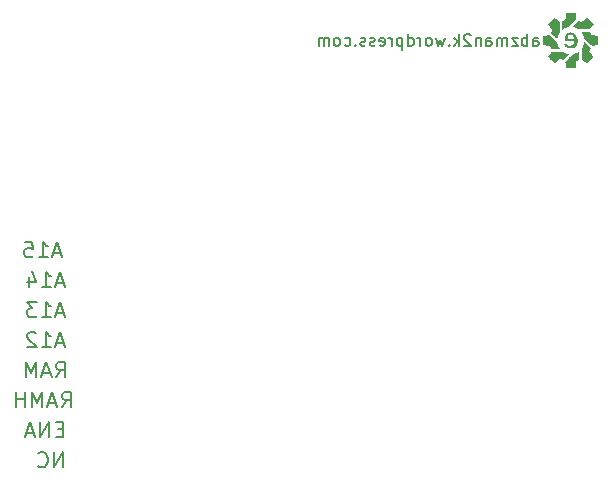
<source format=gbo>
G04 #@! TF.GenerationSoftware,KiCad,Pcbnew,(6.0.4)*
G04 #@! TF.CreationDate,2022-12-31T00:19:43-05:00*
G04 #@! TF.ProjectId,intellivision t-card replic,696e7465-6c6c-4697-9669-73696f6e2074,rev?*
G04 #@! TF.SameCoordinates,Original*
G04 #@! TF.FileFunction,Legend,Bot*
G04 #@! TF.FilePolarity,Positive*
%FSLAX46Y46*%
G04 Gerber Fmt 4.6, Leading zero omitted, Abs format (unit mm)*
G04 Created by KiCad (PCBNEW (6.0.4)) date 2022-12-31 00:19:43*
%MOMM*%
%LPD*%
G01*
G04 APERTURE LIST*
%ADD10C,0.200000*%
%ADD11C,0.150000*%
%ADD12C,1.600000*%
%ADD13O,1.600000X1.600000*%
%ADD14R,1.600000X1.600000*%
%ADD15R,1.700000X1.700000*%
%ADD16O,1.700000X1.700000*%
%ADD17C,3.200000*%
%ADD18R,1.270000X8.840000*%
G04 APERTURE END LIST*
D10*
X96607619Y-52023095D02*
X97040952Y-51404047D01*
X97350476Y-52023095D02*
X97350476Y-50723095D01*
X96855238Y-50723095D01*
X96731428Y-50785000D01*
X96669523Y-50846904D01*
X96607619Y-50970714D01*
X96607619Y-51156428D01*
X96669523Y-51280238D01*
X96731428Y-51342142D01*
X96855238Y-51404047D01*
X97350476Y-51404047D01*
X96112380Y-51651666D02*
X95493333Y-51651666D01*
X96236190Y-52023095D02*
X95802857Y-50723095D01*
X95369523Y-52023095D01*
X94936190Y-52023095D02*
X94936190Y-50723095D01*
X94502857Y-51651666D01*
X94069523Y-50723095D01*
X94069523Y-52023095D01*
X93450476Y-52023095D02*
X93450476Y-50723095D01*
X93450476Y-51342142D02*
X92707619Y-51342142D01*
X92707619Y-52023095D02*
X92707619Y-50723095D01*
X96777380Y-46571666D02*
X96158333Y-46571666D01*
X96901190Y-46943095D02*
X96467857Y-45643095D01*
X96034523Y-46943095D01*
X94920238Y-46943095D02*
X95663095Y-46943095D01*
X95291666Y-46943095D02*
X95291666Y-45643095D01*
X95415476Y-45828809D01*
X95539285Y-45952619D01*
X95663095Y-46014523D01*
X94425000Y-45766904D02*
X94363095Y-45705000D01*
X94239285Y-45643095D01*
X93929761Y-45643095D01*
X93805952Y-45705000D01*
X93744047Y-45766904D01*
X93682142Y-45890714D01*
X93682142Y-46014523D01*
X93744047Y-46200238D01*
X94486904Y-46943095D01*
X93682142Y-46943095D01*
X96715476Y-53882142D02*
X96282142Y-53882142D01*
X96096428Y-54563095D02*
X96715476Y-54563095D01*
X96715476Y-53263095D01*
X96096428Y-53263095D01*
X95539285Y-54563095D02*
X95539285Y-53263095D01*
X94796428Y-54563095D01*
X94796428Y-53263095D01*
X94239285Y-54191666D02*
X93620238Y-54191666D01*
X94363095Y-54563095D02*
X93929761Y-53263095D01*
X93496428Y-54563095D01*
X96777380Y-41491666D02*
X96158333Y-41491666D01*
X96901190Y-41863095D02*
X96467857Y-40563095D01*
X96034523Y-41863095D01*
X94920238Y-41863095D02*
X95663095Y-41863095D01*
X95291666Y-41863095D02*
X95291666Y-40563095D01*
X95415476Y-40748809D01*
X95539285Y-40872619D01*
X95663095Y-40934523D01*
X93805952Y-40996428D02*
X93805952Y-41863095D01*
X94115476Y-40501190D02*
X94425000Y-41429761D01*
X93620238Y-41429761D01*
X96102619Y-49483095D02*
X96535952Y-48864047D01*
X96845476Y-49483095D02*
X96845476Y-48183095D01*
X96350238Y-48183095D01*
X96226428Y-48245000D01*
X96164523Y-48306904D01*
X96102619Y-48430714D01*
X96102619Y-48616428D01*
X96164523Y-48740238D01*
X96226428Y-48802142D01*
X96350238Y-48864047D01*
X96845476Y-48864047D01*
X95607380Y-49111666D02*
X94988333Y-49111666D01*
X95731190Y-49483095D02*
X95297857Y-48183095D01*
X94864523Y-49483095D01*
X94431190Y-49483095D02*
X94431190Y-48183095D01*
X93997857Y-49111666D01*
X93564523Y-48183095D01*
X93564523Y-49483095D01*
D11*
X136492142Y-21407380D02*
X136492142Y-20883571D01*
X136539761Y-20788333D01*
X136635000Y-20740714D01*
X136825476Y-20740714D01*
X136920714Y-20788333D01*
X136492142Y-21359761D02*
X136587380Y-21407380D01*
X136825476Y-21407380D01*
X136920714Y-21359761D01*
X136968333Y-21264523D01*
X136968333Y-21169285D01*
X136920714Y-21074047D01*
X136825476Y-21026428D01*
X136587380Y-21026428D01*
X136492142Y-20978809D01*
X136015952Y-21407380D02*
X136015952Y-20407380D01*
X136015952Y-20788333D02*
X135920714Y-20740714D01*
X135730238Y-20740714D01*
X135635000Y-20788333D01*
X135587380Y-20835952D01*
X135539761Y-20931190D01*
X135539761Y-21216904D01*
X135587380Y-21312142D01*
X135635000Y-21359761D01*
X135730238Y-21407380D01*
X135920714Y-21407380D01*
X136015952Y-21359761D01*
X135206428Y-20740714D02*
X134682619Y-20740714D01*
X135206428Y-21407380D01*
X134682619Y-21407380D01*
X134301666Y-21407380D02*
X134301666Y-20740714D01*
X134301666Y-20835952D02*
X134254047Y-20788333D01*
X134158809Y-20740714D01*
X134015952Y-20740714D01*
X133920714Y-20788333D01*
X133873095Y-20883571D01*
X133873095Y-21407380D01*
X133873095Y-20883571D02*
X133825476Y-20788333D01*
X133730238Y-20740714D01*
X133587380Y-20740714D01*
X133492142Y-20788333D01*
X133444523Y-20883571D01*
X133444523Y-21407380D01*
X132539761Y-21407380D02*
X132539761Y-20883571D01*
X132587380Y-20788333D01*
X132682619Y-20740714D01*
X132873095Y-20740714D01*
X132968333Y-20788333D01*
X132539761Y-21359761D02*
X132635000Y-21407380D01*
X132873095Y-21407380D01*
X132968333Y-21359761D01*
X133015952Y-21264523D01*
X133015952Y-21169285D01*
X132968333Y-21074047D01*
X132873095Y-21026428D01*
X132635000Y-21026428D01*
X132539761Y-20978809D01*
X132063571Y-20740714D02*
X132063571Y-21407380D01*
X132063571Y-20835952D02*
X132015952Y-20788333D01*
X131920714Y-20740714D01*
X131777857Y-20740714D01*
X131682619Y-20788333D01*
X131635000Y-20883571D01*
X131635000Y-21407380D01*
X131206428Y-20502619D02*
X131158809Y-20455000D01*
X131063571Y-20407380D01*
X130825476Y-20407380D01*
X130730238Y-20455000D01*
X130682619Y-20502619D01*
X130635000Y-20597857D01*
X130635000Y-20693095D01*
X130682619Y-20835952D01*
X131254047Y-21407380D01*
X130635000Y-21407380D01*
X130206428Y-21407380D02*
X130206428Y-20407380D01*
X130111190Y-21026428D02*
X129825476Y-21407380D01*
X129825476Y-20740714D02*
X130206428Y-21121666D01*
X129396904Y-21312142D02*
X129349285Y-21359761D01*
X129396904Y-21407380D01*
X129444523Y-21359761D01*
X129396904Y-21312142D01*
X129396904Y-21407380D01*
X129015952Y-20740714D02*
X128825476Y-21407380D01*
X128635000Y-20931190D01*
X128444523Y-21407380D01*
X128254047Y-20740714D01*
X127730238Y-21407380D02*
X127825476Y-21359761D01*
X127873095Y-21312142D01*
X127920714Y-21216904D01*
X127920714Y-20931190D01*
X127873095Y-20835952D01*
X127825476Y-20788333D01*
X127730238Y-20740714D01*
X127587380Y-20740714D01*
X127492142Y-20788333D01*
X127444523Y-20835952D01*
X127396904Y-20931190D01*
X127396904Y-21216904D01*
X127444523Y-21312142D01*
X127492142Y-21359761D01*
X127587380Y-21407380D01*
X127730238Y-21407380D01*
X126968333Y-21407380D02*
X126968333Y-20740714D01*
X126968333Y-20931190D02*
X126920714Y-20835952D01*
X126873095Y-20788333D01*
X126777857Y-20740714D01*
X126682619Y-20740714D01*
X125920714Y-21407380D02*
X125920714Y-20407380D01*
X125920714Y-21359761D02*
X126015952Y-21407380D01*
X126206428Y-21407380D01*
X126301666Y-21359761D01*
X126349285Y-21312142D01*
X126396904Y-21216904D01*
X126396904Y-20931190D01*
X126349285Y-20835952D01*
X126301666Y-20788333D01*
X126206428Y-20740714D01*
X126015952Y-20740714D01*
X125920714Y-20788333D01*
X125444523Y-20740714D02*
X125444523Y-21740714D01*
X125444523Y-20788333D02*
X125349285Y-20740714D01*
X125158809Y-20740714D01*
X125063571Y-20788333D01*
X125015952Y-20835952D01*
X124968333Y-20931190D01*
X124968333Y-21216904D01*
X125015952Y-21312142D01*
X125063571Y-21359761D01*
X125158809Y-21407380D01*
X125349285Y-21407380D01*
X125444523Y-21359761D01*
X124539761Y-21407380D02*
X124539761Y-20740714D01*
X124539761Y-20931190D02*
X124492142Y-20835952D01*
X124444523Y-20788333D01*
X124349285Y-20740714D01*
X124254047Y-20740714D01*
X123539761Y-21359761D02*
X123635000Y-21407380D01*
X123825476Y-21407380D01*
X123920714Y-21359761D01*
X123968333Y-21264523D01*
X123968333Y-20883571D01*
X123920714Y-20788333D01*
X123825476Y-20740714D01*
X123635000Y-20740714D01*
X123539761Y-20788333D01*
X123492142Y-20883571D01*
X123492142Y-20978809D01*
X123968333Y-21074047D01*
X123111190Y-21359761D02*
X123015952Y-21407380D01*
X122825476Y-21407380D01*
X122730238Y-21359761D01*
X122682619Y-21264523D01*
X122682619Y-21216904D01*
X122730238Y-21121666D01*
X122825476Y-21074047D01*
X122968333Y-21074047D01*
X123063571Y-21026428D01*
X123111190Y-20931190D01*
X123111190Y-20883571D01*
X123063571Y-20788333D01*
X122968333Y-20740714D01*
X122825476Y-20740714D01*
X122730238Y-20788333D01*
X122301666Y-21359761D02*
X122206428Y-21407380D01*
X122015952Y-21407380D01*
X121920714Y-21359761D01*
X121873095Y-21264523D01*
X121873095Y-21216904D01*
X121920714Y-21121666D01*
X122015952Y-21074047D01*
X122158809Y-21074047D01*
X122254047Y-21026428D01*
X122301666Y-20931190D01*
X122301666Y-20883571D01*
X122254047Y-20788333D01*
X122158809Y-20740714D01*
X122015952Y-20740714D01*
X121920714Y-20788333D01*
X121444523Y-21312142D02*
X121396904Y-21359761D01*
X121444523Y-21407380D01*
X121492142Y-21359761D01*
X121444523Y-21312142D01*
X121444523Y-21407380D01*
X120539761Y-21359761D02*
X120635000Y-21407380D01*
X120825476Y-21407380D01*
X120920714Y-21359761D01*
X120968333Y-21312142D01*
X121015952Y-21216904D01*
X121015952Y-20931190D01*
X120968333Y-20835952D01*
X120920714Y-20788333D01*
X120825476Y-20740714D01*
X120635000Y-20740714D01*
X120539761Y-20788333D01*
X119968333Y-21407380D02*
X120063571Y-21359761D01*
X120111190Y-21312142D01*
X120158809Y-21216904D01*
X120158809Y-20931190D01*
X120111190Y-20835952D01*
X120063571Y-20788333D01*
X119968333Y-20740714D01*
X119825476Y-20740714D01*
X119730238Y-20788333D01*
X119682619Y-20835952D01*
X119635000Y-20931190D01*
X119635000Y-21216904D01*
X119682619Y-21312142D01*
X119730238Y-21359761D01*
X119825476Y-21407380D01*
X119968333Y-21407380D01*
X119206428Y-21407380D02*
X119206428Y-20740714D01*
X119206428Y-20835952D02*
X119158809Y-20788333D01*
X119063571Y-20740714D01*
X118920714Y-20740714D01*
X118825476Y-20788333D01*
X118777857Y-20883571D01*
X118777857Y-21407380D01*
X118777857Y-20883571D02*
X118730238Y-20788333D01*
X118635000Y-20740714D01*
X118492142Y-20740714D01*
X118396904Y-20788333D01*
X118349285Y-20883571D01*
X118349285Y-21407380D01*
D10*
X96777380Y-44031666D02*
X96158333Y-44031666D01*
X96901190Y-44403095D02*
X96467857Y-43103095D01*
X96034523Y-44403095D01*
X94920238Y-44403095D02*
X95663095Y-44403095D01*
X95291666Y-44403095D02*
X95291666Y-43103095D01*
X95415476Y-43288809D01*
X95539285Y-43412619D01*
X95663095Y-43474523D01*
X94486904Y-43103095D02*
X93682142Y-43103095D01*
X94115476Y-43598333D01*
X93929761Y-43598333D01*
X93805952Y-43660238D01*
X93744047Y-43722142D01*
X93682142Y-43845952D01*
X93682142Y-44155476D01*
X93744047Y-44279285D01*
X93805952Y-44341190D01*
X93929761Y-44403095D01*
X94301190Y-44403095D01*
X94425000Y-44341190D01*
X94486904Y-44279285D01*
X96525476Y-38951666D02*
X95906429Y-38951666D01*
X96649286Y-39323095D02*
X96215953Y-38023095D01*
X95782619Y-39323095D01*
X94668334Y-39323095D02*
X95411191Y-39323095D01*
X95039762Y-39323095D02*
X95039762Y-38023095D01*
X95163572Y-38208809D01*
X95287381Y-38332619D01*
X95411191Y-38394523D01*
X93492143Y-38023095D02*
X94111191Y-38023095D01*
X94173096Y-38642142D01*
X94111191Y-38580238D01*
X93987381Y-38518333D01*
X93677857Y-38518333D01*
X93554048Y-38580238D01*
X93492143Y-38642142D01*
X93430238Y-38765952D01*
X93430238Y-39075476D01*
X93492143Y-39199285D01*
X93554048Y-39261190D01*
X93677857Y-39323095D01*
X93987381Y-39323095D01*
X94111191Y-39261190D01*
X94173096Y-39199285D01*
X96715476Y-57103095D02*
X96715476Y-55803095D01*
X95972619Y-57103095D01*
X95972619Y-55803095D01*
X94610714Y-56979285D02*
X94672619Y-57041190D01*
X94858333Y-57103095D01*
X94982142Y-57103095D01*
X95167857Y-57041190D01*
X95291666Y-56917380D01*
X95353571Y-56793571D01*
X95415476Y-56545952D01*
X95415476Y-56360238D01*
X95353571Y-56112619D01*
X95291666Y-55988809D01*
X95167857Y-55865000D01*
X94982142Y-55803095D01*
X94858333Y-55803095D01*
X94672619Y-55865000D01*
X94610714Y-55926904D01*
G36*
X140093848Y-18652420D02*
G01*
X140095735Y-18666815D01*
X140099397Y-18698163D01*
X140103713Y-18737796D01*
X140108100Y-18780462D01*
X140111075Y-18809705D01*
X140117082Y-18866621D01*
X140123604Y-18926411D01*
X140129673Y-18980120D01*
X140134132Y-19018732D01*
X140139246Y-19063232D01*
X140143603Y-19101377D01*
X140146581Y-19127722D01*
X140151431Y-19171154D01*
X139828056Y-19493359D01*
X139504682Y-19815563D01*
X139439576Y-19830648D01*
X139419007Y-19835608D01*
X139286294Y-19877275D01*
X139160690Y-19933675D01*
X139044600Y-20003755D01*
X139025730Y-20016776D01*
X138999208Y-20034881D01*
X138980565Y-20047347D01*
X138972983Y-20052030D01*
X138972736Y-20049690D01*
X138972290Y-20032930D01*
X138971883Y-20001546D01*
X138971527Y-19957329D01*
X138971230Y-19902074D01*
X138971006Y-19837574D01*
X138970863Y-19765622D01*
X138970813Y-19688011D01*
X138970813Y-19323824D01*
X139007706Y-19307531D01*
X139017956Y-19303315D01*
X139046261Y-19292674D01*
X139083603Y-19279318D01*
X139125206Y-19264895D01*
X139166292Y-19251049D01*
X139202087Y-19239428D01*
X139227812Y-19231677D01*
X139229582Y-19230136D01*
X139234736Y-19215435D01*
X139239562Y-19188289D01*
X139243352Y-19152320D01*
X139245378Y-19128277D01*
X139250072Y-19079312D01*
X139255727Y-19025838D01*
X139261525Y-18975780D01*
X139264631Y-18949929D01*
X139271295Y-18892018D01*
X139277851Y-18832369D01*
X139283243Y-18780462D01*
X139286346Y-18749954D01*
X139290734Y-18708914D01*
X139294636Y-18674651D01*
X139297471Y-18652420D01*
X139302209Y-18619867D01*
X140089109Y-18619867D01*
X140093848Y-18652420D01*
G37*
G36*
X141347469Y-20271388D02*
G01*
X141351685Y-20281637D01*
X141362326Y-20309942D01*
X141375682Y-20347284D01*
X141390105Y-20388887D01*
X141403951Y-20429974D01*
X141415572Y-20465768D01*
X141423323Y-20491493D01*
X141424864Y-20493264D01*
X141439565Y-20498417D01*
X141466711Y-20503244D01*
X141502680Y-20507034D01*
X141526723Y-20509060D01*
X141575688Y-20513754D01*
X141629162Y-20519408D01*
X141679220Y-20525207D01*
X141705071Y-20528313D01*
X141762982Y-20534977D01*
X141822631Y-20541532D01*
X141874538Y-20546925D01*
X141905046Y-20550027D01*
X141946086Y-20554415D01*
X141980349Y-20558318D01*
X142002580Y-20561152D01*
X142035133Y-20565891D01*
X142035133Y-21352791D01*
X142002580Y-21357529D01*
X141988184Y-21359419D01*
X141956835Y-21363088D01*
X141917203Y-21367417D01*
X141874538Y-21371820D01*
X141846284Y-21374678D01*
X141811136Y-21378340D01*
X141773221Y-21382427D01*
X141729643Y-21387261D01*
X141677508Y-21393164D01*
X141613921Y-21400458D01*
X141535987Y-21409464D01*
X141514226Y-21411805D01*
X141492627Y-21413782D01*
X141489841Y-21412666D01*
X141475515Y-21401807D01*
X141451126Y-21380534D01*
X141418086Y-21350246D01*
X141377804Y-21312343D01*
X141331693Y-21268225D01*
X141281162Y-21219292D01*
X141227623Y-21166943D01*
X141172487Y-21112578D01*
X141117164Y-21057597D01*
X141063066Y-21003400D01*
X141011604Y-20951385D01*
X140964187Y-20902954D01*
X140922228Y-20859505D01*
X140887138Y-20822439D01*
X140860326Y-20793154D01*
X140843204Y-20773052D01*
X140837184Y-20763532D01*
X140837156Y-20762311D01*
X140834100Y-20742073D01*
X140826820Y-20710119D01*
X140816496Y-20670759D01*
X140804308Y-20628303D01*
X140791437Y-20587061D01*
X140779064Y-20551343D01*
X140771745Y-20532436D01*
X140737139Y-20455439D01*
X140695642Y-20377943D01*
X140651892Y-20308796D01*
X140650157Y-20306311D01*
X140631437Y-20279321D01*
X140616507Y-20257492D01*
X140608462Y-20245346D01*
X140608629Y-20243546D01*
X140614883Y-20241110D01*
X140629584Y-20239123D01*
X140654004Y-20237548D01*
X140689418Y-20236346D01*
X140737099Y-20235478D01*
X140798320Y-20234906D01*
X140874355Y-20234591D01*
X140966477Y-20234495D01*
X141331176Y-20234495D01*
X141347469Y-20271388D01*
G37*
G36*
X140854776Y-21095216D02*
G01*
X140867313Y-21106474D01*
X140890164Y-21128163D01*
X140922015Y-21158999D01*
X140961555Y-21197702D01*
X141007469Y-21242987D01*
X141058446Y-21293573D01*
X141113171Y-21348178D01*
X141367347Y-21602463D01*
X141344636Y-21654176D01*
X141340254Y-21663989D01*
X141323644Y-21699696D01*
X141303639Y-21741217D01*
X141283645Y-21781444D01*
X141245363Y-21857000D01*
X141299527Y-21924647D01*
X141313637Y-21942248D01*
X141337334Y-21971712D01*
X141356567Y-21995508D01*
X141368150Y-22009686D01*
X141371064Y-22013231D01*
X141384774Y-22030094D01*
X141406804Y-22057306D01*
X141435364Y-22092653D01*
X141468665Y-22133922D01*
X141504918Y-22178898D01*
X141627226Y-22330717D01*
X141347656Y-22610386D01*
X141325962Y-22632053D01*
X141261782Y-22695697D01*
X141204974Y-22751320D01*
X141156322Y-22798179D01*
X141116612Y-22835534D01*
X141086628Y-22862643D01*
X141067153Y-22878764D01*
X141058974Y-22883157D01*
X141057461Y-22881981D01*
X141044471Y-22871657D01*
X141020755Y-22852690D01*
X140988452Y-22826793D01*
X140949697Y-22795679D01*
X140906630Y-22761060D01*
X140897407Y-22753643D01*
X140852576Y-22717607D01*
X140810683Y-22683961D01*
X140774375Y-22654827D01*
X140746299Y-22632331D01*
X140729102Y-22618595D01*
X140720196Y-22611459D01*
X140691448Y-22587902D01*
X140666166Y-22566558D01*
X140637525Y-22541787D01*
X140637525Y-21632644D01*
X140675810Y-21573462D01*
X140717745Y-21502138D01*
X140771769Y-21384660D01*
X140813410Y-21258415D01*
X140841542Y-21126446D01*
X140842586Y-21120466D01*
X140847665Y-21101527D01*
X140852823Y-21093893D01*
X140854776Y-21095216D01*
G37*
G36*
X140280080Y-20909859D02*
G01*
X140280399Y-21018477D01*
X140267785Y-21122408D01*
X140242796Y-21220020D01*
X140205991Y-21309683D01*
X140157929Y-21389762D01*
X140099169Y-21458628D01*
X140030268Y-21514647D01*
X140023495Y-21519074D01*
X139954598Y-21557187D01*
X139881017Y-21587088D01*
X139810052Y-21605755D01*
X139788559Y-21608331D01*
X139751299Y-21610520D01*
X139706899Y-21611519D01*
X139660936Y-21611126D01*
X139641075Y-21610533D01*
X139594504Y-21607992D01*
X139557324Y-21603480D01*
X139523664Y-21596109D01*
X139487651Y-21584994D01*
X139483035Y-21583405D01*
X139395265Y-21543702D01*
X139315979Y-21489289D01*
X139246504Y-21421246D01*
X139188164Y-21340656D01*
X139158112Y-21290979D01*
X139195791Y-21257542D01*
X139220981Y-21237277D01*
X139243626Y-21226219D01*
X139262147Y-21228128D01*
X139279806Y-21242417D01*
X139298582Y-21261027D01*
X139334548Y-21291290D01*
X139376253Y-21322265D01*
X139417971Y-21349771D01*
X139453977Y-21369626D01*
X139462758Y-21373676D01*
X139484668Y-21382626D01*
X139505726Y-21388375D01*
X139530486Y-21391620D01*
X139563498Y-21393056D01*
X139609315Y-21393380D01*
X139651034Y-21393233D01*
X139683698Y-21392181D01*
X139708174Y-21389312D01*
X139729222Y-21383715D01*
X139751604Y-21374478D01*
X139780080Y-21360690D01*
X139816383Y-21340049D01*
X139876803Y-21291123D01*
X139926083Y-21230660D01*
X139962999Y-21160712D01*
X139986327Y-21083333D01*
X139994842Y-21000575D01*
X139995147Y-20963681D01*
X139196914Y-20963681D01*
X139182645Y-20941905D01*
X139177364Y-20930497D01*
X139170124Y-20899590D01*
X139165367Y-20858038D01*
X139163225Y-20809999D01*
X139163834Y-20759630D01*
X139167327Y-20711089D01*
X139170518Y-20690236D01*
X139427443Y-20690236D01*
X139428771Y-20719768D01*
X139438602Y-20757702D01*
X139458810Y-20783391D01*
X139490383Y-20798536D01*
X139504613Y-20800656D01*
X139535057Y-20802846D01*
X139578191Y-20804695D01*
X139631517Y-20806122D01*
X139692539Y-20807044D01*
X139758760Y-20807378D01*
X139995477Y-20807427D01*
X139991038Y-20787895D01*
X139989227Y-20779802D01*
X139983720Y-20754636D01*
X139977389Y-20725233D01*
X139969859Y-20695827D01*
X139941522Y-20625999D01*
X139901287Y-20563330D01*
X139851433Y-20510970D01*
X139794236Y-20472067D01*
X139776922Y-20464245D01*
X139725614Y-20450451D01*
X139670236Y-20446305D01*
X139616870Y-20451932D01*
X139571598Y-20467458D01*
X139551218Y-20479184D01*
X139499868Y-20520575D01*
X139461079Y-20571158D01*
X139436417Y-20628517D01*
X139427443Y-20690236D01*
X139170518Y-20690236D01*
X139173838Y-20668534D01*
X139183140Y-20631304D01*
X139215034Y-20548253D01*
X139259696Y-20473467D01*
X139315535Y-20409327D01*
X139380964Y-20358214D01*
X139383833Y-20356419D01*
X139443995Y-20323449D01*
X139503820Y-20300862D01*
X139568920Y-20287002D01*
X139644906Y-20280209D01*
X139684920Y-20278736D01*
X139721102Y-20278961D01*
X139751721Y-20281919D01*
X139783112Y-20288276D01*
X139821607Y-20298691D01*
X139851918Y-20308108D01*
X139939009Y-20344972D01*
X140017373Y-20394793D01*
X140090635Y-20459742D01*
X140109297Y-20479349D01*
X140169085Y-20553627D01*
X140214521Y-20632170D01*
X140247370Y-20718491D01*
X140267436Y-20807427D01*
X140269395Y-20816108D01*
X140280080Y-20909859D01*
G37*
G36*
X138238621Y-20817442D02*
G01*
X138250959Y-20829783D01*
X138331702Y-20910950D01*
X138399882Y-20980258D01*
X138455550Y-21037761D01*
X138498758Y-21083513D01*
X138529557Y-21117569D01*
X138547999Y-21139983D01*
X138554135Y-21150809D01*
X138556097Y-21168149D01*
X138562663Y-21199955D01*
X138572726Y-21240114D01*
X138585121Y-21284289D01*
X138598686Y-21328143D01*
X138612255Y-21367338D01*
X138616980Y-21379711D01*
X138652134Y-21459100D01*
X138695095Y-21539605D01*
X138741258Y-21612471D01*
X138745526Y-21618602D01*
X138762968Y-21644212D01*
X138775214Y-21663113D01*
X138779836Y-21671582D01*
X138777613Y-21672016D01*
X138761060Y-21672825D01*
X138729863Y-21673563D01*
X138685817Y-21674211D01*
X138630722Y-21674748D01*
X138566375Y-21675156D01*
X138494573Y-21675415D01*
X138417116Y-21675506D01*
X138054397Y-21675506D01*
X138031844Y-21616911D01*
X138022083Y-21590666D01*
X138006946Y-21547770D01*
X137991457Y-21501966D01*
X137977764Y-21459643D01*
X137968017Y-21427188D01*
X137966464Y-21425413D01*
X137951741Y-21420262D01*
X137924589Y-21415436D01*
X137888638Y-21411648D01*
X137864596Y-21409622D01*
X137815631Y-21404928D01*
X137762157Y-21399273D01*
X137712098Y-21393475D01*
X137686247Y-21390369D01*
X137628336Y-21383705D01*
X137568688Y-21377149D01*
X137516780Y-21371757D01*
X137486273Y-21368654D01*
X137445232Y-21364266D01*
X137410970Y-21360364D01*
X137388739Y-21357529D01*
X137356186Y-21352791D01*
X137356186Y-20565891D01*
X137388739Y-20561152D01*
X137403133Y-20559265D01*
X137434482Y-20555603D01*
X137474115Y-20551287D01*
X137516780Y-20546900D01*
X137546031Y-20543922D01*
X137602945Y-20537902D01*
X137662732Y-20531358D01*
X137716438Y-20525261D01*
X137754230Y-20520885D01*
X137800859Y-20515542D01*
X137842032Y-20510882D01*
X137871857Y-20507576D01*
X137923106Y-20502016D01*
X138238621Y-20817442D01*
G37*
G36*
X140411454Y-21872310D02*
G01*
X140413890Y-21878565D01*
X140415877Y-21893265D01*
X140417452Y-21917686D01*
X140418654Y-21953100D01*
X140419522Y-22000781D01*
X140420094Y-22062002D01*
X140420409Y-22138036D01*
X140420505Y-22230158D01*
X140420505Y-22594858D01*
X140383612Y-22611151D01*
X140373363Y-22615367D01*
X140345058Y-22626008D01*
X140307716Y-22639363D01*
X140266113Y-22653787D01*
X140225026Y-22667632D01*
X140189232Y-22679254D01*
X140163507Y-22687004D01*
X140161736Y-22688545D01*
X140156583Y-22703247D01*
X140151756Y-22730393D01*
X140147966Y-22766362D01*
X140145940Y-22790404D01*
X140141246Y-22839369D01*
X140135592Y-22892843D01*
X140129793Y-22942902D01*
X140126687Y-22968753D01*
X140120023Y-23026664D01*
X140113468Y-23086312D01*
X140108075Y-23138220D01*
X140104973Y-23168727D01*
X140100585Y-23209768D01*
X140096682Y-23244030D01*
X140093848Y-23266261D01*
X140089109Y-23298814D01*
X139302209Y-23298814D01*
X139297471Y-23266261D01*
X139295583Y-23251867D01*
X139291922Y-23220518D01*
X139287606Y-23180885D01*
X139283218Y-23138220D01*
X139280244Y-23108977D01*
X139274236Y-23052060D01*
X139267715Y-22992271D01*
X139261646Y-22938562D01*
X139257228Y-22900338D01*
X139251982Y-22854812D01*
X139247435Y-22815214D01*
X139244239Y-22787204D01*
X139238892Y-22740016D01*
X139558380Y-22420441D01*
X139581120Y-22397728D01*
X139641745Y-22337520D01*
X139698523Y-22281618D01*
X139750260Y-22231168D01*
X139795760Y-22187318D01*
X139833826Y-22151216D01*
X139863264Y-22124008D01*
X139882876Y-22106842D01*
X139891468Y-22100865D01*
X139892689Y-22100837D01*
X139912927Y-22097782D01*
X139944881Y-22090502D01*
X139984241Y-22080177D01*
X140026697Y-22067990D01*
X140067939Y-22055119D01*
X140103657Y-22042745D01*
X140122564Y-22035426D01*
X140199561Y-22000821D01*
X140277057Y-21959323D01*
X140346204Y-21915574D01*
X140348689Y-21913838D01*
X140375679Y-21895119D01*
X140397508Y-21880189D01*
X140409654Y-21872143D01*
X140411454Y-21872310D01*
G37*
G36*
X139074115Y-21934601D02*
G01*
X139118967Y-21961905D01*
X139242822Y-22024530D01*
X139370007Y-22070751D01*
X139499321Y-22100102D01*
X139526489Y-22104860D01*
X139548713Y-22109624D01*
X139558731Y-22112957D01*
X139557598Y-22114976D01*
X139546703Y-22127503D01*
X139525370Y-22150304D01*
X139494854Y-22182090D01*
X139456405Y-22221568D01*
X139411278Y-22267451D01*
X139360723Y-22318448D01*
X139305993Y-22373269D01*
X139049249Y-22629575D01*
X138999180Y-22607591D01*
X138989399Y-22603220D01*
X138954420Y-22586928D01*
X138913486Y-22567184D01*
X138873556Y-22547326D01*
X138798000Y-22509045D01*
X138730353Y-22563208D01*
X138712752Y-22577318D01*
X138683288Y-22601016D01*
X138659492Y-22620249D01*
X138645314Y-22631832D01*
X138641769Y-22634745D01*
X138624906Y-22648456D01*
X138597694Y-22670486D01*
X138562347Y-22699046D01*
X138521078Y-22732347D01*
X138476102Y-22768599D01*
X138324283Y-22890908D01*
X138044614Y-22611337D01*
X138022947Y-22589643D01*
X137959303Y-22525463D01*
X137903680Y-22468655D01*
X137856821Y-22420004D01*
X137819466Y-22380294D01*
X137792357Y-22350309D01*
X137776236Y-22330835D01*
X137771843Y-22322656D01*
X137777254Y-22315794D01*
X137792117Y-22297160D01*
X137814304Y-22269434D01*
X137841879Y-22235025D01*
X137872907Y-22196344D01*
X137905453Y-22155801D01*
X137937582Y-22115806D01*
X137967360Y-22078769D01*
X137992852Y-22047100D01*
X138012123Y-22023210D01*
X138023237Y-22009508D01*
X138035833Y-21993910D01*
X138055039Y-21969886D01*
X138076691Y-21942643D01*
X138115755Y-21893347D01*
X138561949Y-21892937D01*
X139008142Y-21892526D01*
X139074115Y-21934601D01*
G37*
G36*
X138476102Y-19150230D02*
G01*
X138493267Y-19164073D01*
X138538919Y-19200870D01*
X138581166Y-19234896D01*
X138617483Y-19264119D01*
X138645342Y-19286504D01*
X138662217Y-19300018D01*
X138671154Y-19307197D01*
X138699888Y-19330779D01*
X138725153Y-19352123D01*
X138753793Y-19376895D01*
X138753793Y-20286038D01*
X138716012Y-20344904D01*
X138676476Y-20410571D01*
X138642901Y-20477207D01*
X138612471Y-20551343D01*
X138601580Y-20582113D01*
X138587619Y-20626092D01*
X138574725Y-20671170D01*
X138564066Y-20712975D01*
X138556813Y-20747138D01*
X138554135Y-20769288D01*
X138553242Y-20782365D01*
X138548866Y-20802376D01*
X138545482Y-20809224D01*
X138537959Y-20816108D01*
X138536326Y-20815003D01*
X138524348Y-20804202D01*
X138502007Y-20782931D01*
X138470619Y-20752478D01*
X138431504Y-20714133D01*
X138385977Y-20669185D01*
X138335357Y-20618923D01*
X138280962Y-20564637D01*
X138029603Y-20313166D01*
X138041190Y-20280341D01*
X138048259Y-20262804D01*
X138061983Y-20232103D01*
X138079689Y-20194476D01*
X138099272Y-20154481D01*
X138145766Y-20061447D01*
X138091697Y-19993917D01*
X138077678Y-19976426D01*
X138054004Y-19946974D01*
X138034795Y-19923179D01*
X138023237Y-19908995D01*
X138014944Y-19898821D01*
X137997405Y-19877128D01*
X137973143Y-19847029D01*
X137944115Y-19810962D01*
X137912277Y-19771363D01*
X137879587Y-19730668D01*
X137848001Y-19691313D01*
X137819477Y-19655735D01*
X137795971Y-19626371D01*
X137779441Y-19605655D01*
X137771843Y-19596026D01*
X137771919Y-19594709D01*
X137780099Y-19582875D01*
X137799774Y-19559993D01*
X137830202Y-19526850D01*
X137870641Y-19484228D01*
X137920350Y-19432914D01*
X137978588Y-19373691D01*
X138044614Y-19307344D01*
X138324283Y-19027774D01*
X138476102Y-19150230D01*
G37*
G36*
X141626063Y-19586602D02*
G01*
X141607626Y-19612494D01*
X141606815Y-19613627D01*
X141591473Y-19634078D01*
X141569856Y-19661827D01*
X141546373Y-19691208D01*
X141541147Y-19697662D01*
X141517298Y-19727214D01*
X141486936Y-19764937D01*
X141453419Y-19806657D01*
X141420105Y-19848199D01*
X141405172Y-19866803D01*
X141376617Y-19902155D01*
X141352276Y-19932006D01*
X141334351Y-19953665D01*
X141325043Y-19964438D01*
X141314403Y-19977040D01*
X141300010Y-19996991D01*
X141286588Y-20017475D01*
X140365877Y-20017475D01*
X140321575Y-19988083D01*
X140276961Y-19960761D01*
X140220849Y-19930198D01*
X140163103Y-19901823D01*
X140111360Y-19879578D01*
X140091235Y-19872316D01*
X140047298Y-19858387D01*
X139996721Y-19844030D01*
X139945266Y-19830772D01*
X139898693Y-19820141D01*
X139862765Y-19813664D01*
X139849017Y-19811453D01*
X139829284Y-19806601D01*
X139821531Y-19802038D01*
X139822975Y-19799953D01*
X139834467Y-19787216D01*
X139856368Y-19764185D01*
X139887397Y-19732168D01*
X139926277Y-19692474D01*
X139971729Y-19646411D01*
X140022475Y-19595287D01*
X140077235Y-19540411D01*
X140332938Y-19284817D01*
X140400594Y-19313898D01*
X140401006Y-19314075D01*
X140443376Y-19333224D01*
X140489437Y-19355444D01*
X140529290Y-19375960D01*
X140590330Y-19408942D01*
X140629119Y-19378454D01*
X140644750Y-19366099D01*
X140668623Y-19346992D01*
X140685340Y-19333318D01*
X140688391Y-19330766D01*
X140711611Y-19311657D01*
X140744926Y-19284561D01*
X140785397Y-19251837D01*
X140830085Y-19215845D01*
X140876053Y-19178943D01*
X140920363Y-19143493D01*
X140960076Y-19111852D01*
X140992255Y-19086380D01*
X141013961Y-19069436D01*
X141067225Y-19028540D01*
X141626063Y-19586602D01*
G37*
%LPC*%
D12*
X105405000Y-66082500D03*
D13*
X115565000Y-66082500D03*
D12*
X134615000Y-47032500D03*
D13*
X134615000Y-57192500D03*
D12*
X132075000Y-47032500D03*
D13*
X132075000Y-57192500D03*
D12*
X109240000Y-44450000D03*
X111740000Y-44450000D03*
D14*
X105405000Y-107992500D03*
D13*
X107945000Y-107992500D03*
X110485000Y-107992500D03*
X113025000Y-107992500D03*
X115565000Y-107992500D03*
X118105000Y-107992500D03*
X120645000Y-107992500D03*
X123185000Y-107992500D03*
X125725000Y-107992500D03*
X128265000Y-107992500D03*
X130805000Y-107992500D03*
X133345000Y-107992500D03*
X133345000Y-92752500D03*
X130805000Y-92752500D03*
X128265000Y-92752500D03*
X125725000Y-92752500D03*
X123185000Y-92752500D03*
X120645000Y-92752500D03*
X118105000Y-92752500D03*
X115565000Y-92752500D03*
X113025000Y-92752500D03*
X110485000Y-92752500D03*
X107945000Y-92752500D03*
X105405000Y-92752500D03*
D12*
X129540000Y-148590000D03*
X129540000Y-146090000D03*
D14*
X113015000Y-40640000D03*
D13*
X113015000Y-38100000D03*
X113015000Y-35560000D03*
X113015000Y-33020000D03*
X113015000Y-30480000D03*
X113015000Y-27940000D03*
X113015000Y-25400000D03*
X113015000Y-22860000D03*
X105395000Y-22860000D03*
X105395000Y-25400000D03*
X105395000Y-27940000D03*
X105395000Y-30480000D03*
X105395000Y-33020000D03*
X105395000Y-35560000D03*
X105395000Y-38100000D03*
X105395000Y-40640000D03*
D15*
X142240000Y-60960000D03*
D16*
X142240000Y-63500000D03*
X142240000Y-66040000D03*
X142240000Y-68580000D03*
X142240000Y-71120000D03*
X142240000Y-73660000D03*
X142240000Y-76200000D03*
X142240000Y-78740000D03*
X142240000Y-81280000D03*
X142240000Y-83820000D03*
X142240000Y-86360000D03*
X142240000Y-88900000D03*
X142240000Y-91440000D03*
X142240000Y-93980000D03*
X142240000Y-96520000D03*
X142240000Y-99060000D03*
X142240000Y-101600000D03*
X142240000Y-104140000D03*
X142240000Y-106680000D03*
X142240000Y-109220000D03*
D12*
X130805000Y-63542500D03*
D13*
X120645000Y-63542500D03*
D12*
X130805000Y-66082500D03*
D13*
X120645000Y-66082500D03*
D17*
X95250000Y-29210000D03*
D14*
X105410000Y-85132500D03*
D13*
X107950000Y-85132500D03*
X110490000Y-85132500D03*
X113030000Y-85132500D03*
X115570000Y-85132500D03*
X118110000Y-85132500D03*
X120650000Y-85132500D03*
X123190000Y-85132500D03*
X125730000Y-85132500D03*
X128270000Y-85132500D03*
X130810000Y-85132500D03*
X133350000Y-85132500D03*
X133350000Y-69892500D03*
X130810000Y-69892500D03*
X128270000Y-69892500D03*
X125730000Y-69892500D03*
X123190000Y-69892500D03*
X120650000Y-69892500D03*
X118110000Y-69892500D03*
X115570000Y-69892500D03*
X113030000Y-69892500D03*
X110490000Y-69892500D03*
X107950000Y-69892500D03*
X105410000Y-69892500D03*
D17*
X140335000Y-29210000D03*
D12*
X105410000Y-148570000D03*
X105410000Y-146070000D03*
D14*
X97790000Y-157480000D03*
D13*
X97790000Y-160020000D03*
X97790000Y-162560000D03*
X97790000Y-165100000D03*
X97790000Y-167640000D03*
X97790000Y-170180000D03*
X97790000Y-172720000D03*
X97790000Y-175260000D03*
X105410000Y-175260000D03*
X105410000Y-172720000D03*
X105410000Y-170180000D03*
X105410000Y-167640000D03*
X105410000Y-165100000D03*
X105410000Y-162560000D03*
X105410000Y-160020000D03*
X105410000Y-157480000D03*
D14*
X99017500Y-56525000D03*
D13*
X99017500Y-53985000D03*
X99017500Y-51445000D03*
X99017500Y-48905000D03*
X99017500Y-46365000D03*
X99017500Y-43825000D03*
X99017500Y-41285000D03*
X99017500Y-38745000D03*
X91397500Y-38745000D03*
X91397500Y-41285000D03*
X91397500Y-43825000D03*
X91397500Y-46365000D03*
X91397500Y-48905000D03*
X91397500Y-51445000D03*
X91397500Y-53985000D03*
X91397500Y-56525000D03*
D12*
X114300000Y-121900000D03*
X114300000Y-119400000D03*
D14*
X114300000Y-152400000D03*
D13*
X114300000Y-154940000D03*
X114300000Y-157480000D03*
X114300000Y-160020000D03*
X114300000Y-162560000D03*
X114300000Y-165100000D03*
X114300000Y-167640000D03*
X114300000Y-170180000D03*
X114300000Y-172720000D03*
X114300000Y-175260000D03*
X121920000Y-175260000D03*
X121920000Y-172720000D03*
X121920000Y-170180000D03*
X121920000Y-167640000D03*
X121920000Y-165100000D03*
X121920000Y-162560000D03*
X121920000Y-160020000D03*
X121920000Y-157480000D03*
X121920000Y-154940000D03*
X121920000Y-152400000D03*
D12*
X126995000Y-46990000D03*
D13*
X126995000Y-57150000D03*
D14*
X129540000Y-152400000D03*
D13*
X129540000Y-154940000D03*
X129540000Y-157480000D03*
X129540000Y-160020000D03*
X129540000Y-162560000D03*
X129540000Y-165100000D03*
X129540000Y-167640000D03*
X129540000Y-170180000D03*
X129540000Y-172720000D03*
X129540000Y-175260000D03*
X137160000Y-175260000D03*
X137160000Y-172720000D03*
X137160000Y-170180000D03*
X137160000Y-167640000D03*
X137160000Y-165100000D03*
X137160000Y-162560000D03*
X137160000Y-160020000D03*
X137160000Y-157480000D03*
X137160000Y-154940000D03*
X137160000Y-152400000D03*
D14*
X134605000Y-40645000D03*
D13*
X134605000Y-38105000D03*
X134605000Y-35565000D03*
X134605000Y-33025000D03*
X134605000Y-30485000D03*
X134605000Y-27945000D03*
X134605000Y-25405000D03*
X126985000Y-25405000D03*
X126985000Y-27945000D03*
X126985000Y-30485000D03*
X126985000Y-33025000D03*
X126985000Y-35565000D03*
X126985000Y-38105000D03*
X126985000Y-40645000D03*
D12*
X114300000Y-148590000D03*
X114300000Y-146090000D03*
D18*
X144665700Y-187960000D03*
X142125700Y-187960000D03*
X139585700Y-187960000D03*
X137045700Y-187960000D03*
X134505700Y-187960000D03*
X131965700Y-187960000D03*
X129425700Y-187960000D03*
X126885700Y-187960000D03*
X124345700Y-187960000D03*
X121805700Y-187960000D03*
X119265700Y-187960000D03*
X116725700Y-187960000D03*
X114185700Y-187960000D03*
X111645700Y-187960000D03*
X109105700Y-187960000D03*
X106565700Y-187960000D03*
X104025700Y-187960000D03*
X101485700Y-187960000D03*
X98945700Y-187960000D03*
X96405700Y-187960000D03*
X93865700Y-187960000D03*
X91325700Y-187960000D03*
D12*
X136485000Y-61595000D03*
X133985000Y-61595000D03*
D15*
X96520000Y-60960000D03*
D16*
X96520000Y-63500000D03*
X96520000Y-66040000D03*
X96520000Y-68580000D03*
X96520000Y-71120000D03*
X96520000Y-73660000D03*
X96520000Y-76200000D03*
X96520000Y-78740000D03*
X96520000Y-81280000D03*
X96520000Y-83820000D03*
X96520000Y-86360000D03*
X96520000Y-88900000D03*
X96520000Y-91440000D03*
X96520000Y-93980000D03*
X96520000Y-96520000D03*
X96520000Y-99060000D03*
X96520000Y-101600000D03*
X96520000Y-104140000D03*
X96520000Y-106680000D03*
X96520000Y-109220000D03*
D12*
X105405000Y-63542500D03*
D13*
X115565000Y-63542500D03*
D14*
X106680000Y-125730000D03*
D13*
X106680000Y-128270000D03*
X106680000Y-130810000D03*
X106680000Y-133350000D03*
X106680000Y-135890000D03*
X106680000Y-138430000D03*
X106680000Y-140970000D03*
X114300000Y-140970000D03*
X114300000Y-138430000D03*
X114300000Y-135890000D03*
X114300000Y-133350000D03*
X114300000Y-130810000D03*
X114300000Y-128270000D03*
X114300000Y-125730000D03*
D12*
X129535000Y-47032500D03*
D13*
X129535000Y-57192500D03*
D14*
X123800000Y-40645000D03*
D13*
X123800000Y-38105000D03*
X123800000Y-35565000D03*
X123800000Y-33025000D03*
X123800000Y-30485000D03*
X123800000Y-27945000D03*
X123800000Y-25405000D03*
X116180000Y-25405000D03*
X116180000Y-27945000D03*
X116180000Y-30485000D03*
X116180000Y-33025000D03*
X116180000Y-35565000D03*
X116180000Y-38105000D03*
X116180000Y-40645000D03*
M02*

</source>
